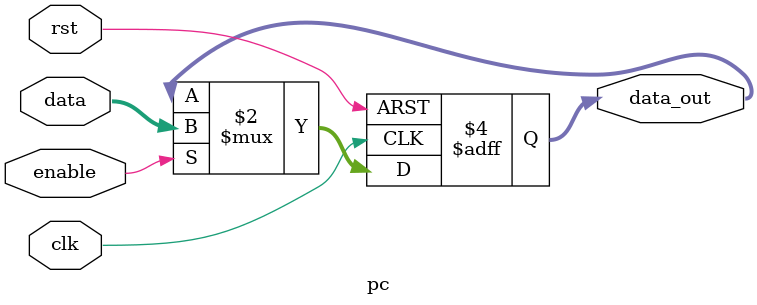
<source format=v>
module pc (
    input               clk,
    input               rst,
    input [31:0]        data,
    input               enable,

    output reg [31:0]       data_out
    
);

    always @(posedge clk or posedge rst) begin
        
        if (rst) begin
            data_out <= 0;
        end
        else if (enable) begin
           data_out <= data;
        end
        
    end
    
endmodule
</source>
